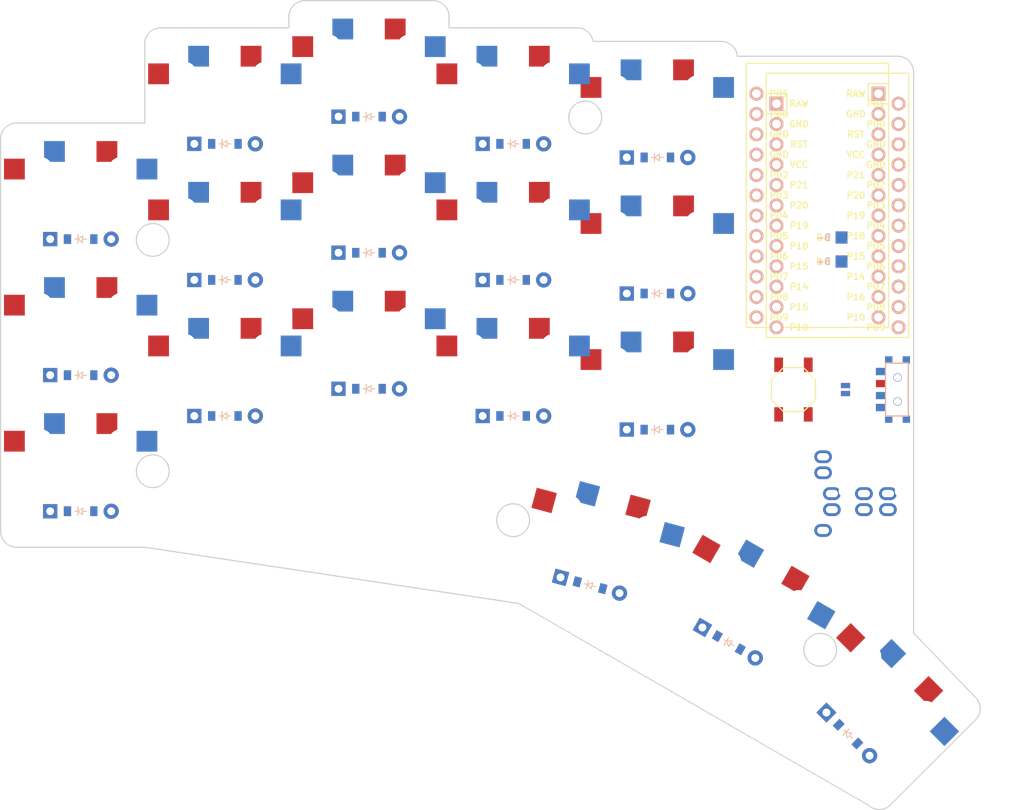
<source format=kicad_pcb>
(kicad_pcb (version 20211014) (generator pcbnew)
  (title_block (title "samoklava_modified") (rev "v1.0.0") (company "Unknown"))
  (layers (0 "F.Cu" signal) (31 "B.Cu" signal) (34 "B.Paste" user) (35 "F.Paste" user) (36 "B.SilkS" user "B.Silkscreen") (37 "F.SilkS" user "F.Silkscreen") (38 "B.Mask" user) (39 "F.Mask" user) (44 "Edge.Cuts" user))
  (net 0 "")
  (net 1 "pinky_bottom")
  (net 2 "P20")
  (net 3 "P6")
  (net 4 "pinky_home")
  (net 5 "P5")
  (net 6 "pinky_top")
  (net 7 "P4")
  (net 8 "ring_bottom")
  (net 9 "P19")
  (net 10 "ring_home")
  (net 11 "ring_top")
  (net 12 "middle_bottom")
  (net 13 "P18")
  (net 14 "middle_home")
  (net 15 "middle_top")
  (net 16 "index_bottom")
  (net 17 "P15")
  (net 18 "index_home")
  (net 19 "index_top")
  (net 20 "inner_bottom")
  (net 21 "P14")
  (net 22 "inner_home")
  (net 23 "inner_top")
  (net 24 "near_thumb")
  (net 25 "P7")
  (net 26 "home_thumb")
  (net 27 "far_thumb")
  (net 28 "RAW")
  (net 29 "GND")
  (net 30 "RST")
  (net 31 "VCC")
  (net 32 "P21")
  (net 33 "P16")
  (net 34 "P10")
  (net 35 "P1")
  (net 36 "P0")
  (net 37 "P2")
  (net 38 "P3")
  (net 39 "P8")
  (net 40 "P9")
  (net 41 "Braw")
  (net 42 "Bminus")
  (net 43 "Bplus")
  (footprint "E73:SPDT_C128955" (layer "F.Cu") (at 120 -10.2 -90)
    (fp_text reference "T1" hide)
    (fp_text value "" hide)
  )
  (footprint "E73:SW_TACT_ALPS_SKQGABE010" (layer "F.Cu") (at 107 -10.2 -90)
    (fp_text reference "B1" hide)
    (fp_text value "" hide)
  )
  (footprint "PG1350" (layer "F.Cu") (at 18 0)
    (fp_text reference "S1" hide)
    (fp_text value "" hide)
  )
  (footprint "PG1350" (layer "F.Cu") (at 54 -15.3)
    (fp_text reference "S7" hide)
    (fp_text value "" hide)
  )
  (footprint "PG1350" (layer "F.Cu") (at 90 -27.2)
    (fp_text reference "S14" hide)
    (fp_text value "" hide)
  )
  (footprint "ComboDiode" (layer "F.Cu") (at 18 5)
    (fp_text reference "D1" hide)
    (fp_text value "" hide)
  )
  (footprint "ComboDiode" (layer "F.Cu") (at 36 -40.9)
    (fp_text reference "D6" hide)
    (fp_text value "" hide)
  )
  (footprint "ComboDiode" (layer "F.Cu") (at 36 -23.9)
    (fp_text reference "D5" hide)
    (fp_text value "" hide)
  )
  (footprint "ProMicro" (layer "F.Cu") (at 112.5 -31.95 -90)
    (fp_text reference "MCU2" hide)
    (fp_text value "" hide)
  )
  (footprint "PG1350" (layer "F.Cu") (at 72 -28.9)
    (fp_text reference "S11" hide)
    (fp_text value "" hide)
  )
  (footprint "ComboDiode" (layer "F.Cu") (at 90 -39.2)
    (fp_text reference "D15" hide)
    (fp_text value "" hide)
  )
  (footprint "PG1350" (layer "F.Cu") (at 36 -11.9)
    (fp_text reference "S4" hide)
    (fp_text value "" hide)
  )
  (footprint "PG1350" (layer "F.Cu") (at 36 -45.9)
    (fp_text reference "S6" hide)
    (fp_text value "" hide)
  )
  (footprint "TRRS-PJ-320A-dual" (layer "F.Cu") (at 122 4.8 -90)
    (fp_text reference "REF**")
    (fp_text value "TRRS-PJ-320A-dual")
  )
  (footprint "ComboDiode" (layer "F.Cu") (at 98.930894 21.427654 -30)
    (fp_text reference "D17" hide)
    (fp_text value "" hide)
  )
  (footprint "PG1350" (layer "F.Cu") (at 72 -11.9)
    (fp_text reference "S10" hide)
    (fp_text value "" hide)
  )
  (footprint "ComboDiode" (layer "F.Cu") (at 54 -10.3)
    (fp_text reference "D7" hide)
    (fp_text value "" hide)
  )
  (footprint "PG1350" (layer "F.Cu") (at 117.349491 29.312296 -45)
    (fp_text reference "S18" hide)
    (fp_text value "" hide)
  )
  (footprint "PG1350" (layer "F.Cu") (at 90 -10.2)
    (fp_text reference "S13" hide)
    (fp_text value "" hide)
  )
  (footprint "lib:Jumper" (layer "F.Cu") (at 113.5 -10.2 -90)
    (fp_text reference "J1" hide)
    (fp_text value "Jumper")
  )
  (footprint "PG1350" (layer "F.Cu") (at 101.430894 17.097527 -30)
    (fp_text reference "S17" hide)
    (fp_text value "" hide)
  )
  (footprint "ComboDiode" (layer "F.Cu") (at 72 -23.9)
    (fp_text reference "D11" hide)
    (fp_text value "" hide)
  )
  (footprint "ComboDiode" (layer "F.Cu") (at 18 -12)
    (fp_text reference "D2" hide)
    (fp_text value "" hide)
  )
  (footprint "ComboDiode" (layer "F.Cu") (at 90 -22.2)
    (fp_text reference "D14" hide)
    (fp_text value "" hide)
  )
  (footprint "PG1350" (layer "F.Cu") (at 72 -45.9)
    (fp_text reference "S12" hide)
    (fp_text value "" hide)
  )
  (footprint "TRRS-PJ-320A-dual" (layer "F.Cu") (at 122 2.8 -90)
    (fp_text reference "REF**")
    (fp_text value "TRRS-PJ-320A-dual")
  )
  (footprint "ComboDiode" (layer "F.Cu") (at 36 -6.9)
    (fp_text reference "D4" hide)
    (fp_text value "" hide)
  )
  (footprint "E73:SPDT_C128955" (layer "F.Cu") (at 120 -10.2 -90)
    (fp_text reference "T2" hide)
    (fp_text value "" hide)
  )
  (footprint "ComboDiode" (layer "F.Cu") (at 113.813957 32.84783 -45)
    (fp_text reference "D18" hide)
    (fp_text value "" hide)
  )
  (footprint "ComboDiode" (layer "F.Cu") (at 81.599199 14.248631 -15)
    (fp_text reference "D16" hide)
    (fp_text value "" hide)
  )
  (footprint "PG1350" (layer "F.Cu") (at 82.893294 9.419002 -15)
    (fp_text reference "S16" hide)
    (fp_text value "" hide)
  )
  (footprint "ComboDiode" (layer "F.Cu") (at 54 -27.3)
    (fp_text reference "D8" hide)
    (fp_text value "" hide)
  )
  (footprint "ComboDiode" (layer "F.Cu") (at 18 -29)
    (fp_text reference "D3" hide)
    (fp_text value "" hide)
  )
  (footprint "ProMicro" (layer "F.Cu") (at 110 -33.2 -90)
    (fp_text reference "MCU1" hide)
    (fp_text value "" hide)
  )
  (footprint "PG1350" (layer "F.Cu") (at 54 -49.3)
    (fp_text reference "S9" hide)
    (fp_text value "" hide)
  )
  (footprint "ComboDiode" (layer "F.Cu") (at 54 -44.3)
    (fp_text reference "D9" hide)
    (fp_text value "" hide)
  )
  (footprint "PG1350" (layer "F.Cu") (at 18 -34)
    (fp_text reference "S3" hide)
    (fp_text value "" hide)
  )
  (footprint "PG1350" (layer "F.Cu") (at 54 -32.3)
    (fp_text reference "S8" hide)
    (fp_text value "" hide)
  )
  (footprint "SMDPad" (layer "F.Cu") (at 113 -26.2)
    (fp_text reference "PAD1" hide)
    (fp_text value "" hide)
  )
  (footprint "SMDPad" (layer "F.Cu") (at 113 -29.2)
    (fp_text reference "PAD2" hide)
    (fp_text value "" hide)
  )
  (footprint "ComboDiode" (layer "F.Cu") (at 72 -40.9)
    (fp_text reference "D12" hide)
    (fp_text value "" hide)
  )
  (footprint "ComboDiode" (layer "F.Cu") (at 90 -5.2)
    (fp_text reference "D13" hide)
    (fp_text value "" hide)
  )
  (footprint "PG1350" (layer "F.Cu") (at 90 -44.2)
    (fp_text reference "S15" hide)
    (fp_text value "" hide)
  )
  (footprint "PG1350" (layer "F.Cu") (at 36 -28.9)
    (fp_text reference "S5" hide)
    (fp_text value "" hide)
  )
  (footprint "lib:Jumper" (layer "F.Cu") (at 113.5 -10.2 -90)
    (fp_text reference "J2" hide)
    (fp_text value "Jumper")
  )
  (footprint "PG1350" (layer "F.Cu") (at 18 -17)
    (fp_text reference "S2" hide)
    (fp_text value "" hide)
  )
  (footprint "ComboDiode" (layer "F.Cu") (at 72 -6.9)
    (fp_text reference "D10" hide)
    (fp_text value "" hide)
  )
  (gr_line (start 26 -53.4) (end 26 -43.5) (layer "Edge.Cuts") (width 0.15))
  (gr_arc (start 8 -41.5) (mid 8.585786 -42.914214) (end 10 -43.5) (layer "Edge.Cuts") (width 0.15))
  (gr_line (start 10 9.5) (end 26 9.5) (layer "Edge.Cuts") (width 0.15))
  (gr_line (start 62 -58.8) (end 46 -58.8) (layer "Edge.Cuts") (width 0.15))
  (gr_line (start 80 -55.4) (end 64 -55.4) (layer "Edge.Cuts") (width 0.15))
  (gr_arc (start 119.117258 41.686664) (mid 117.703045 42.272451) (end 116.288831 41.686665) (layer "Edge.Cuts") (width 0.15))
  (gr_line (start 122 20.208734) (end 122 -49.85) (layer "Edge.Cuts") (width 0.15))
  (gr_arc (start 10 9.5) (mid 8.585786 8.914214) (end 8 7.5) (layer "Edge.Cuts") (width 0.15))
  (gr_arc (start 81.977391 -53.699872) (mid 81.988695 -53.699968) (end 82 -53.7) (layer "Edge.Cuts") (width 0.15))
  (gr_line (start 116.288831 41.686665) (end 72.707107 16.524745) (layer "Edge.Cuts") (width 0.15))
  (gr_arc (start 120 -51.85) (mid 121.414214 -51.264214) (end 122 -49.85) (layer "Edge.Cuts") (width 0.15))
  (gr_line (start 122 20.208734) (end 129.72386 28.251636) (layer "Edge.Cuts") (width 0.15))
  (gr_line (start 8 7.5) (end 8 -41.5) (layer "Edge.Cuts") (width 0.15))
  (gr_circle (center 72 6.12) (end 74.05 6.12) (layer "Edge.Cuts") (width 0.15) (fill none))
  (gr_line (start 119.117258 41.686665) (end 129.72386 31.080063) (layer "Edge.Cuts") (width 0.15))
  (gr_circle (center 27 -28.9) (end 29.05 -28.9) (layer "Edge.Cuts") (width 0.15) (fill none))
  (gr_arc (start 80 -55.4) (mid 81.30389 -54.916533) (end 81.977391 -53.699872) (layer "Edge.Cuts") (width 0.15))
  (gr_line (start 72.707107 16.524745) (end 26 9.5) (layer "Edge.Cuts") (width 0.15))
  (gr_line (start 120 -51.85) (end 99.994367 -51.85) (layer "Edge.Cuts") (width 0.15))
  (gr_circle (center 110.349134 22.311939) (end 112.399134 22.311939) (layer "Edge.Cuts") (width 0.15) (fill none))
  (gr_line (start 64 -55.4) (end 64 -56.8) (layer "Edge.Cuts") (width 0.15))
  (gr_arc (start 62 -58.8) (mid 63.414214 -58.214214) (end 64 -56.8) (layer "Edge.Cuts") (width 0.15))
  (gr_line (start 44 -55.4) (end 28 -55.4) (layer "Edge.Cuts") (width 0.15))
  (gr_line (start 26 -43.5) (end 10 -43.5) (layer "Edge.Cuts") (width 0.15))
  (gr_arc (start 44 -56.8) (mid 44.585786 -58.214214) (end 46 -58.8) (layer "Edge.Cuts") (width 0.15))
  (gr_arc (start 129.723859 28.251636) (mid 130.309646 29.665849) (end 129.72386 31.080063) (layer "Edge.Cuts") (width 0.15))
  (gr_arc (start 26 -53.4) (mid 26.585786 -54.814214) (end 28 -55.4) (layer "Edge.Cuts") (width 0.15))
  (gr_circle (center 27 0) (end 29.05 0) (layer "Edge.Cuts") (width 0.15) (fill none))
  (gr_line (start 98 -53.7) (end 82 -53.7) (layer "Edge.Cuts") (width 0.15))
  (gr_line (start 44 -56.8) (end 44 -55.4) (layer "Edge.Cuts") (width 0.15))
  (gr_circle (center 81 -44.2) (end 83.05 -44.2) (layer "Edge.Cuts") (width 0.15) (fill none))
  (gr_arc (start 98 -53.7) (mid 99.360147 -53.166288) (end 99.994367 -51.85) (layer "Edge.Cuts") (width 0.15))
)
</source>
